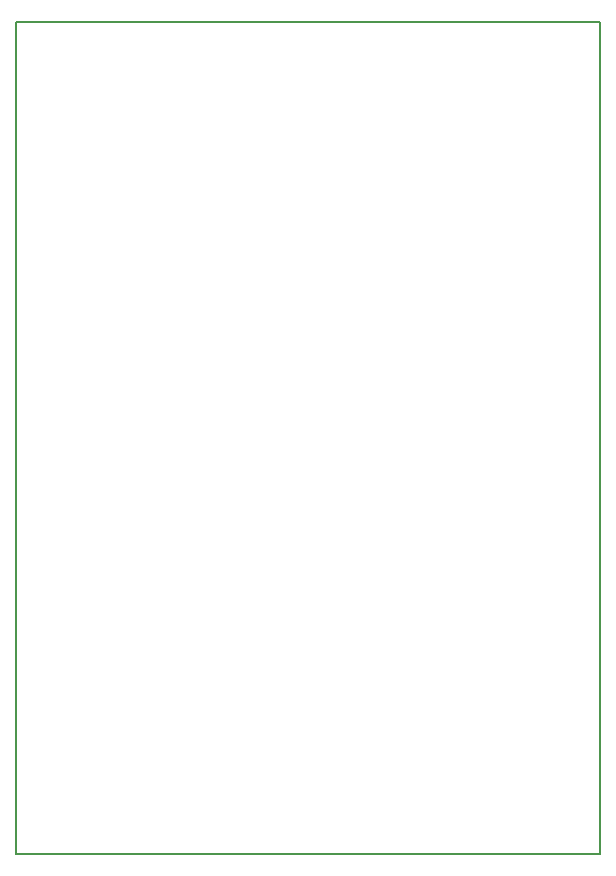
<source format=gko>
%FSLAX25Y25*%
%MOIN*%
G70*
G01*
G75*
G04 Layer_Color=16711935*
%ADD10O,0.02756X0.09843*%
%ADD11R,0.05118X0.05906*%
%ADD12R,0.05906X0.05118*%
%ADD13R,0.05118X0.06299*%
%ADD14R,0.05906X0.01063*%
%ADD15R,0.01063X0.05906*%
%ADD16O,0.05906X0.02362*%
%ADD17O,0.02362X0.05906*%
%ADD18C,0.04000*%
%ADD19C,0.01000*%
%ADD20C,0.02000*%
%ADD21C,0.03000*%
%ADD22C,0.06299*%
%ADD23R,0.07000X0.07000*%
%ADD24C,0.07000*%
%ADD25C,0.07087*%
%ADD26R,0.07087X0.07087*%
%ADD27C,0.08661*%
%ADD28C,0.02400*%
%ADD29R,0.12598X0.08268*%
%ADD30R,0.03543X0.08268*%
%ADD31C,0.01500*%
%ADD32C,0.00984*%
%ADD33C,0.02362*%
%ADD34C,0.00787*%
%ADD35C,0.00500*%
%ADD36C,0.00055*%
%ADD37C,0.00073*%
%ADD38C,0.00614*%
%ADD39C,0.00400*%
%ADD40O,0.03556X0.10642*%
%ADD41R,0.05918X0.06706*%
%ADD42R,0.06706X0.05918*%
%ADD43R,0.05918X0.07099*%
%ADD44R,0.06706X0.01863*%
%ADD45R,0.01863X0.06706*%
%ADD46O,0.06706X0.03162*%
%ADD47O,0.03162X0.06706*%
%ADD48C,0.07099*%
%ADD49R,0.07800X0.07800*%
%ADD50C,0.07800*%
%ADD51C,0.07887*%
%ADD52R,0.07887X0.07887*%
%ADD53C,0.09461*%
%ADD54C,0.03200*%
%ADD55R,0.13398X0.09068*%
%ADD56R,0.04343X0.09068*%
%ADD57C,0.00394*%
%ADD58C,0.00600*%
%ADD59C,0.00197*%
D38*
X0Y277559D02*
X194882D01*
Y0D02*
Y277559D01*
X0Y0D02*
X194882D01*
X0D02*
Y277559D01*
M02*

</source>
